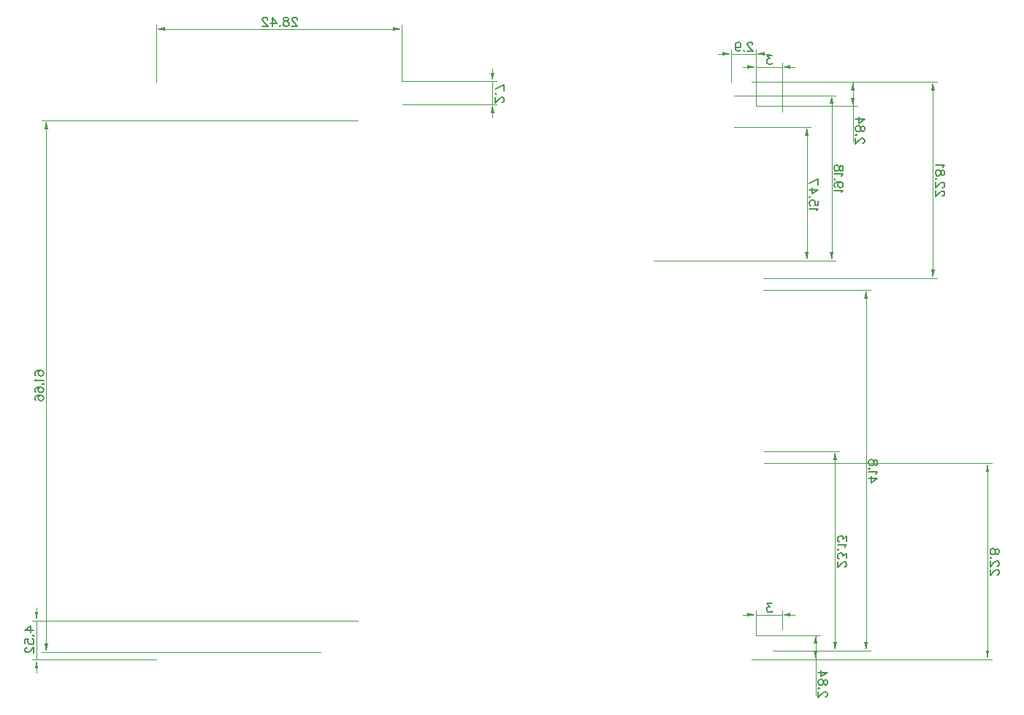
<source format=gbr>
G04 DipTrace 2.4.0.2*
%INBottomDimension.gbr*%
%MOMM*%
%ADD13C,0.035*%
%ADD52O,0.159X0.159*%
%FSLAX53Y53*%
G04*
G71*
G90*
G75*
G01*
%LNBotDimension*%
%LPD*%
X84975Y11025D2*
D13*
X96260D1*
X83840Y52830D2*
X96260D1*
X95760Y31928D2*
Y12025D1*
G36*
Y11025D2*
X95560Y12025D1*
X95960D1*
X95760Y11025D1*
G37*
Y31928D2*
D13*
Y51830D1*
G36*
Y52830D2*
X95960Y51830D1*
X95560D1*
X95760Y52830D1*
G37*
X83920Y34160D2*
D13*
X92660D1*
X84975Y11025D2*
X92660D1*
X92160Y22593D2*
Y33160D1*
G36*
Y34160D2*
X92360Y33160D1*
X91960D1*
X92160Y34160D1*
G37*
Y22593D2*
D13*
Y12025D1*
G36*
Y11025D2*
X91960Y12025D1*
X92360D1*
X92160Y11025D1*
G37*
X71148Y56232D2*
D13*
X92260D1*
X80447Y75413D2*
X92260D1*
X91760Y65823D2*
Y57232D1*
G36*
Y56232D2*
X91560Y57232D1*
X91960D1*
X91760Y56232D1*
G37*
Y65823D2*
D13*
Y74413D1*
G36*
Y75413D2*
X91960Y74413D1*
X91560D1*
X91760Y75413D1*
G37*
X80447Y71700D2*
D13*
X89380D1*
X71148Y56232D2*
X89380D1*
X88880Y63966D2*
Y70700D1*
G36*
Y71700D2*
X89080Y70700D1*
X88680D1*
X88880Y71700D1*
G37*
Y63966D2*
D13*
Y57232D1*
G36*
Y56232D2*
X88680Y57232D1*
X89080D1*
X88880Y56232D1*
G37*
X83840Y54190D2*
D13*
X104020D1*
X82500Y77000D2*
X104020D1*
X103520Y65595D2*
Y55190D1*
G36*
Y54190D2*
X103320Y55190D1*
X103720D1*
X103520Y54190D1*
G37*
Y65595D2*
D13*
Y76000D1*
G36*
Y77000D2*
X103720Y76000D1*
X103320D1*
X103520Y77000D1*
G37*
X83920Y32800D2*
D13*
X110340D1*
X82500Y10000D2*
X110340D1*
X109840Y21400D2*
Y31800D1*
G36*
Y32800D2*
X110040Y31800D1*
X109640D1*
X109840Y32800D1*
G37*
Y21400D2*
D13*
Y11000D1*
G36*
Y10000D2*
X109640Y11000D1*
X110040D1*
X109840Y10000D1*
G37*
X83000Y12840D2*
D13*
X90420D1*
X82500Y10000D2*
X90420D1*
X89920Y11420D2*
Y11840D1*
G36*
Y12840D2*
X90120Y11840D1*
X89720D1*
X89920Y12840D1*
G37*
Y11420D2*
D13*
Y11000D1*
G36*
Y10000D2*
X89720Y11000D1*
X90120D1*
X89920Y10000D1*
G37*
Y5872D2*
D13*
Y12840D1*
X83000D2*
Y15700D1*
X86000Y13500D2*
Y15700D1*
X83000Y15200D2*
X86000D1*
X81500D2*
X82000D1*
G36*
X83000D2*
X82000Y15000D1*
Y15400D1*
X83000Y15200D1*
G37*
X87500D2*
D13*
X87000D1*
G36*
X86000D2*
X87000Y15400D1*
Y15000D1*
X86000Y15200D1*
G37*
X83000Y74160D2*
D13*
Y79220D1*
X86000Y73500D2*
Y79220D1*
X83000Y78720D2*
X86000D1*
X81500D2*
X82000D1*
G36*
X83000D2*
X82000Y78520D1*
Y78920D1*
X83000Y78720D1*
G37*
X87500D2*
D13*
X87000D1*
G36*
X86000D2*
X87000Y78920D1*
Y78520D1*
X86000Y78720D1*
G37*
X82500Y77000D2*
D13*
X94740D1*
X83000Y74160D2*
X94740D1*
X94240Y75580D2*
Y76000D1*
G36*
Y77000D2*
X94440Y76000D1*
X94040D1*
X94240Y77000D1*
G37*
Y75580D2*
D13*
Y75160D1*
G36*
Y74160D2*
X94040Y75160D1*
X94440D1*
X94240Y74160D1*
G37*
Y70032D2*
D13*
Y77000D1*
X36859Y72523D2*
X220D1*
X32550Y10861D2*
X220D1*
X720Y41692D2*
Y71523D1*
G36*
Y72523D2*
X920Y71523D1*
X520D1*
X720Y72523D1*
G37*
Y41692D2*
D13*
Y11861D1*
G36*
Y10861D2*
X520Y11861D1*
X920D1*
X720Y10861D1*
G37*
X36859Y14523D2*
D13*
X-900D1*
X13500Y10000D2*
X-900D1*
X-400Y14523D2*
Y10000D1*
Y16023D2*
Y15523D1*
G36*
Y14523D2*
X-600Y15523D1*
X-200D1*
X-400Y14523D1*
G37*
Y8500D2*
D13*
Y9000D1*
G36*
Y10000D2*
X-200Y9000D1*
X-600D1*
X-400Y10000D1*
G37*
X41920Y77040D2*
D13*
Y83620D1*
X13500Y77000D2*
Y83620D1*
X27710Y83120D2*
X40920D1*
G36*
X41920D2*
X40920Y82920D1*
Y83320D1*
X41920Y83120D1*
G37*
X27710D2*
D13*
X14500D1*
G36*
X13500D2*
X14500Y83320D1*
Y82920D1*
X13500Y83120D1*
G37*
X41920Y77040D2*
D13*
X52960D1*
X42020Y74340D2*
X52960D1*
X52460Y77040D2*
Y74340D1*
Y78540D2*
Y78040D1*
G36*
Y77040D2*
X52260Y78040D1*
X52660D1*
X52460Y77040D1*
G37*
Y72840D2*
D13*
Y73340D1*
G36*
Y74340D2*
X52660Y73340D1*
X52260D1*
X52460Y74340D1*
G37*
X83000Y74160D2*
D13*
Y80740D1*
X80100Y77000D2*
Y80740D1*
Y80240D2*
X83000D1*
X78600D2*
X79100D1*
G36*
X80100D2*
X79100Y80040D1*
Y80440D1*
X80100Y80240D1*
G37*
X84500D2*
D13*
X84000D1*
G36*
X83000D2*
X84000Y80440D1*
Y80040D1*
X83000Y80240D1*
G37*
X96070Y30990D2*
D52*
X97090D1*
X96410Y30504D1*
Y31233D1*
X96896Y31546D2*
X96945Y31644D1*
X97090Y31790D1*
X96070D1*
X96168Y32152D2*
X96118Y32104D1*
X96070Y32152D1*
X96118Y32201D1*
X96168Y32152D1*
X97090Y32758D2*
X97042Y32613D1*
X96945Y32563D1*
X96847D1*
X96751Y32613D1*
X96701Y32709D1*
X96653Y32904D1*
X96605Y33050D1*
X96507Y33146D1*
X96410Y33195D1*
X96264D1*
X96168Y33146D1*
X96118Y33098D1*
X96070Y32952D1*
Y32758D1*
X96118Y32613D1*
X96168Y32563D1*
X96264Y32515D1*
X96410D1*
X96507Y32563D1*
X96605Y32661D1*
X96653Y32806D1*
X96701Y33000D1*
X96751Y33098D1*
X96847Y33146D1*
X96945D1*
X97042Y33098D1*
X97090Y32952D1*
Y32758D1*
X93247Y20745D2*
X93296D1*
X93393Y20793D1*
X93442Y20841D1*
X93490Y20939D1*
Y21133D1*
X93442Y21230D1*
X93393Y21278D1*
X93296Y21327D1*
X93199D1*
X93101Y21278D1*
X92956Y21181D1*
X92470Y20695D1*
Y21376D1*
X93490Y21787D2*
Y22321D1*
X93101Y22030D1*
Y22176D1*
X93053Y22272D1*
X93005Y22321D1*
X92859Y22370D1*
X92762D1*
X92616Y22321D1*
X92518Y22224D1*
X92470Y22078D1*
Y21932D1*
X92518Y21787D1*
X92568Y21739D1*
X92664Y21689D1*
X92568Y22732D2*
X92518Y22684D1*
X92470Y22732D1*
X92518Y22781D1*
X92568Y22732D1*
X93296Y23095D2*
X93345Y23193D1*
X93490Y23339D1*
X92470D1*
X93490Y23750D2*
Y24284D1*
X93101Y23993D1*
Y24139D1*
X93053Y24235D1*
X93005Y24284D1*
X92859Y24333D1*
X92762D1*
X92616Y24284D1*
X92518Y24187D1*
X92470Y24041D1*
Y23895D1*
X92518Y23750D1*
X92568Y23702D1*
X92664Y23653D1*
X92896Y64168D2*
X92945Y64266D1*
X93090Y64412D1*
X92070D1*
X92751Y65358D2*
X92605Y65309D1*
X92507Y65212D1*
X92459Y65066D1*
Y65018D1*
X92507Y64872D1*
X92605Y64775D1*
X92751Y64726D1*
X92799D1*
X92945Y64775D1*
X93042Y64872D1*
X93090Y65018D1*
Y65066D1*
X93042Y65212D1*
X92945Y65309D1*
X92751Y65358D1*
X92507D1*
X92264Y65309D1*
X92118Y65212D1*
X92070Y65066D1*
Y64970D1*
X92118Y64824D1*
X92216Y64775D1*
X92168Y65720D2*
X92118Y65672D1*
X92070Y65720D1*
X92118Y65770D1*
X92168Y65720D1*
X92896Y66083D2*
X92945Y66181D1*
X93090Y66327D1*
X92070D1*
X93090Y66883D2*
X93042Y66739D1*
X92945Y66689D1*
X92847D1*
X92751Y66739D1*
X92701Y66835D1*
X92653Y67029D1*
X92605Y67175D1*
X92507Y67272D1*
X92410Y67320D1*
X92264D1*
X92168Y67272D1*
X92118Y67224D1*
X92070Y67078D1*
Y66883D1*
X92118Y66739D1*
X92168Y66689D1*
X92264Y66641D1*
X92410D1*
X92507Y66689D1*
X92605Y66787D1*
X92653Y66932D1*
X92701Y67126D1*
X92751Y67224D1*
X92847Y67272D1*
X92945D1*
X93042Y67224D1*
X93090Y67078D1*
Y66883D1*
X90016Y62045D2*
X90065Y62142D1*
X90210Y62288D1*
X89190D1*
X90210Y63185D2*
Y62700D1*
X89773Y62651D1*
X89821Y62700D1*
X89871Y62846D1*
Y62991D1*
X89821Y63137D1*
X89725Y63234D1*
X89579Y63283D1*
X89482D1*
X89336Y63234D1*
X89238Y63137D1*
X89190Y62991D1*
Y62846D1*
X89238Y62700D1*
X89288Y62651D1*
X89384Y62602D1*
X89288Y63645D2*
X89238Y63596D1*
X89190Y63645D1*
X89238Y63694D1*
X89288Y63645D1*
X89190Y64494D2*
X90210D1*
X89530Y64008D1*
Y64737D1*
X89190Y65245D2*
X90210Y65731D1*
Y65050D1*
X104607Y63748D2*
X104656D1*
X104753Y63796D1*
X104802Y63844D1*
X104850Y63942D1*
Y64136D1*
X104802Y64233D1*
X104753Y64281D1*
X104656Y64330D1*
X104559D1*
X104461Y64281D1*
X104316Y64184D1*
X103830Y63698D1*
Y64379D1*
X104607Y64742D2*
X104656D1*
X104753Y64790D1*
X104802Y64838D1*
X104850Y64936D1*
Y65130D1*
X104802Y65227D1*
X104753Y65275D1*
X104656Y65325D1*
X104559D1*
X104461Y65275D1*
X104316Y65179D1*
X103830Y64692D1*
Y65373D1*
X103928Y65735D2*
X103878Y65687D1*
X103830Y65735D1*
X103878Y65784D1*
X103928Y65735D1*
X104850Y66341D2*
X104802Y66196D1*
X104705Y66146D1*
X104607D1*
X104511Y66196D1*
X104461Y66292D1*
X104413Y66487D1*
X104365Y66633D1*
X104267Y66729D1*
X104170Y66778D1*
X104024D1*
X103928Y66729D1*
X103878Y66681D1*
X103830Y66535D1*
Y66341D1*
X103878Y66196D1*
X103928Y66146D1*
X104024Y66098D1*
X104170D1*
X104267Y66146D1*
X104365Y66244D1*
X104413Y66389D1*
X104461Y66583D1*
X104511Y66681D1*
X104607Y66729D1*
X104705D1*
X104802Y66681D1*
X104850Y66535D1*
Y66341D1*
X104656Y67091D2*
X104705Y67189D1*
X104850Y67335D1*
X103830D1*
X110927Y19831D2*
X110976D1*
X111073Y19880D1*
X111122Y19928D1*
X111170Y20026D1*
Y20220D1*
X111122Y20316D1*
X111073Y20365D1*
X110976Y20414D1*
X110879D1*
X110781Y20365D1*
X110636Y20268D1*
X110150Y19782D1*
Y20462D1*
X110927Y20826D2*
X110976D1*
X111073Y20874D1*
X111122Y20922D1*
X111170Y21020D1*
Y21214D1*
X111122Y21311D1*
X111073Y21359D1*
X110976Y21408D1*
X110879D1*
X110781Y21359D1*
X110636Y21262D1*
X110150Y20776D1*
Y21457D1*
X110248Y21819D2*
X110198Y21770D1*
X110150Y21819D1*
X110198Y21868D1*
X110248Y21819D1*
X111170Y22424D2*
X111122Y22280D1*
X111025Y22230D1*
X110927D1*
X110831Y22280D1*
X110781Y22376D1*
X110733Y22570D1*
X110685Y22716D1*
X110587Y22813D1*
X110490Y22861D1*
X110344D1*
X110248Y22813D1*
X110198Y22765D1*
X110150Y22619D1*
Y22424D1*
X110198Y22280D1*
X110248Y22230D1*
X110344Y22182D1*
X110490D1*
X110587Y22230D1*
X110685Y22328D1*
X110733Y22473D1*
X110781Y22667D1*
X110831Y22765D1*
X110927Y22813D1*
X111025D1*
X111122Y22765D1*
X111170Y22619D1*
Y22424D1*
X91007Y5686D2*
X91056D1*
X91153Y5735D1*
X91202Y5783D1*
X91250Y5881D1*
Y6075D1*
X91202Y6171D1*
X91153Y6220D1*
X91056Y6269D1*
X90959D1*
X90861Y6220D1*
X90716Y6123D1*
X90230Y5637D1*
Y6317D1*
X90328Y6680D2*
X90278Y6631D1*
X90230Y6680D1*
X90278Y6729D1*
X90328Y6680D1*
X91250Y7285D2*
X91202Y7140D1*
X91105Y7091D1*
X91007D1*
X90911Y7140D1*
X90861Y7237D1*
X90813Y7431D1*
X90765Y7577D1*
X90667Y7674D1*
X90570Y7722D1*
X90424D1*
X90328Y7674D1*
X90278Y7626D1*
X90230Y7480D1*
Y7285D1*
X90278Y7140D1*
X90328Y7091D1*
X90424Y7043D1*
X90570D1*
X90667Y7091D1*
X90765Y7189D1*
X90813Y7334D1*
X90861Y7528D1*
X90911Y7626D1*
X91007Y7674D1*
X91105D1*
X91202Y7626D1*
X91250Y7480D1*
Y7285D1*
X90230Y8522D2*
X91250D1*
X90570Y8036D1*
Y8765D1*
X84821Y16530D2*
X84288D1*
X84578Y16141D1*
X84432D1*
X84336Y16093D1*
X84288Y16045D1*
X84238Y15899D1*
Y15802D1*
X84288Y15656D1*
X84384Y15558D1*
X84530Y15510D1*
X84676D1*
X84821Y15558D1*
X84869Y15608D1*
X84919Y15704D1*
X84821Y80050D2*
X84288D1*
X84578Y79661D1*
X84432D1*
X84336Y79613D1*
X84288Y79565D1*
X84238Y79419D1*
Y79322D1*
X84288Y79176D1*
X84384Y79078D1*
X84530Y79030D1*
X84676D1*
X84821Y79078D1*
X84869Y79128D1*
X84919Y79224D1*
X95327Y69846D2*
X95376D1*
X95473Y69895D1*
X95522Y69943D1*
X95570Y70041D1*
Y70235D1*
X95522Y70331D1*
X95473Y70380D1*
X95376Y70429D1*
X95279D1*
X95181Y70380D1*
X95036Y70283D1*
X94550Y69797D1*
Y70477D1*
X94648Y70840D2*
X94598Y70791D1*
X94550Y70840D1*
X94598Y70889D1*
X94648Y70840D1*
X95570Y71445D2*
X95522Y71300D1*
X95425Y71251D1*
X95327D1*
X95231Y71300D1*
X95181Y71397D1*
X95133Y71591D1*
X95085Y71737D1*
X94987Y71834D1*
X94890Y71882D1*
X94744D1*
X94648Y71834D1*
X94598Y71786D1*
X94550Y71640D1*
Y71445D1*
X94598Y71300D1*
X94648Y71251D1*
X94744Y71203D1*
X94890D1*
X94987Y71251D1*
X95085Y71349D1*
X95133Y71494D1*
X95181Y71688D1*
X95231Y71786D1*
X95327Y71834D1*
X95425D1*
X95522Y71786D1*
X95570Y71640D1*
Y71445D1*
X94550Y72682D2*
X95570D1*
X94890Y72196D1*
Y72925D1*
X-465Y42933D2*
X-562Y42981D1*
X-610Y43127D1*
Y43224D1*
X-562Y43370D1*
X-416Y43467D1*
X-173Y43516D1*
X70D1*
X264Y43467D1*
X362Y43370D1*
X410Y43224D1*
Y43175D1*
X362Y43030D1*
X264Y42933D1*
X118Y42884D1*
X70D1*
X-76Y42933D1*
X-173Y43030D1*
X-221Y43175D1*
Y43224D1*
X-173Y43370D1*
X-76Y43467D1*
X70Y43516D1*
X-416Y42571D2*
X-465Y42473D1*
X-610Y42327D1*
X410D1*
X312Y41965D2*
X362Y42013D1*
X410Y41965D1*
X362Y41916D1*
X312Y41965D1*
X-465Y41019D2*
X-562Y41067D1*
X-610Y41213D1*
Y41310D1*
X-562Y41456D1*
X-416Y41554D1*
X-173Y41602D1*
X70D1*
X264Y41554D1*
X362Y41456D1*
X410Y41310D1*
Y41262D1*
X362Y41117D1*
X264Y41019D1*
X118Y40971D1*
X70D1*
X-76Y41019D1*
X-173Y41117D1*
X-221Y41262D1*
Y41310D1*
X-173Y41456D1*
X-76Y41554D1*
X70Y41602D1*
X-465Y40074D2*
X-562Y40122D1*
X-610Y40268D1*
Y40365D1*
X-562Y40511D1*
X-416Y40609D1*
X-173Y40657D1*
X70D1*
X264Y40609D1*
X362Y40511D1*
X410Y40365D1*
Y40317D1*
X362Y40172D1*
X264Y40074D1*
X118Y40026D1*
X70D1*
X-76Y40074D1*
X-173Y40172D1*
X-221Y40317D1*
Y40365D1*
X-173Y40511D1*
X-76Y40609D1*
X70Y40657D1*
X-710Y13418D2*
X-1730D1*
X-1050Y13904D1*
Y13176D1*
X-808Y12814D2*
X-758Y12862D1*
X-710Y12814D1*
X-758Y12764D1*
X-808Y12814D1*
X-1730Y11868D2*
Y12353D1*
X-1293Y12401D1*
X-1341Y12353D1*
X-1391Y12207D1*
Y12062D1*
X-1341Y11916D1*
X-1245Y11818D1*
X-1099Y11770D1*
X-1002D1*
X-856Y11818D1*
X-758Y11916D1*
X-710Y12062D1*
Y12207D1*
X-758Y12353D1*
X-808Y12401D1*
X-904Y12450D1*
X-1487Y11407D2*
X-1536D1*
X-1633Y11358D1*
X-1682Y11310D1*
X-1730Y11212D1*
Y11018D1*
X-1682Y10922D1*
X-1633Y10873D1*
X-1536Y10824D1*
X-1439D1*
X-1341Y10873D1*
X-1196Y10970D1*
X-710Y11456D1*
Y10776D1*
X29800Y84207D2*
Y84256D1*
X29752Y84353D1*
X29703Y84402D1*
X29606Y84450D1*
X29411D1*
X29315Y84402D1*
X29267Y84353D1*
X29217Y84256D1*
Y84159D1*
X29267Y84061D1*
X29363Y83916D1*
X29849Y83430D1*
X29169D1*
X28613Y84450D2*
X28757Y84402D1*
X28807Y84305D1*
Y84207D1*
X28757Y84111D1*
X28661Y84061D1*
X28467Y84013D1*
X28321Y83965D1*
X28224Y83867D1*
X28176Y83770D1*
Y83624D1*
X28224Y83528D1*
X28272Y83478D1*
X28418Y83430D1*
X28613D1*
X28757Y83478D1*
X28807Y83528D1*
X28855Y83624D1*
Y83770D1*
X28807Y83867D1*
X28709Y83965D1*
X28564Y84013D1*
X28370Y84061D1*
X28272Y84111D1*
X28224Y84207D1*
Y84305D1*
X28272Y84402D1*
X28418Y84450D1*
X28613D1*
X27814Y83528D2*
X27862Y83478D1*
X27814Y83430D1*
X27764Y83478D1*
X27814Y83528D1*
X26964Y83430D2*
Y84450D1*
X27451Y83770D1*
X26722D1*
X26359Y84207D2*
Y84256D1*
X26310Y84353D1*
X26262Y84402D1*
X26164Y84450D1*
X25970D1*
X25873Y84402D1*
X25825Y84353D1*
X25776Y84256D1*
Y84159D1*
X25825Y84061D1*
X25922Y83916D1*
X26408Y83430D1*
X25727D1*
X53547Y74618D2*
X53596D1*
X53693Y74666D1*
X53742Y74714D1*
X53790Y74812D1*
Y75006D1*
X53742Y75103D1*
X53693Y75151D1*
X53596Y75201D1*
X53499D1*
X53401Y75151D1*
X53256Y75055D1*
X52770Y74568D1*
Y75249D1*
X52868Y75611D2*
X52818Y75563D1*
X52770Y75611D1*
X52818Y75660D1*
X52868Y75611D1*
X52770Y76168D2*
X53790Y76655D1*
Y75974D1*
X82598Y81327D2*
Y81376D1*
X82550Y81473D1*
X82501Y81522D1*
X82404Y81570D1*
X82209D1*
X82113Y81522D1*
X82065Y81473D1*
X82015Y81376D1*
Y81279D1*
X82065Y81181D1*
X82161Y81036D1*
X82647Y80550D1*
X81967D1*
X81605Y80648D2*
X81653Y80598D1*
X81605Y80550D1*
X81555Y80598D1*
X81605Y80648D1*
X80609Y81231D2*
X80659Y81085D1*
X80755Y80987D1*
X80901Y80939D1*
X80950D1*
X81096Y80987D1*
X81192Y81085D1*
X81242Y81231D1*
Y81279D1*
X81192Y81425D1*
X81096Y81522D1*
X80950Y81570D1*
X80901D1*
X80755Y81522D1*
X80659Y81425D1*
X80609Y81231D1*
Y80987D1*
X80659Y80744D1*
X80755Y80598D1*
X80901Y80550D1*
X80998D1*
X81144Y80598D1*
X81192Y80696D1*
M02*

</source>
